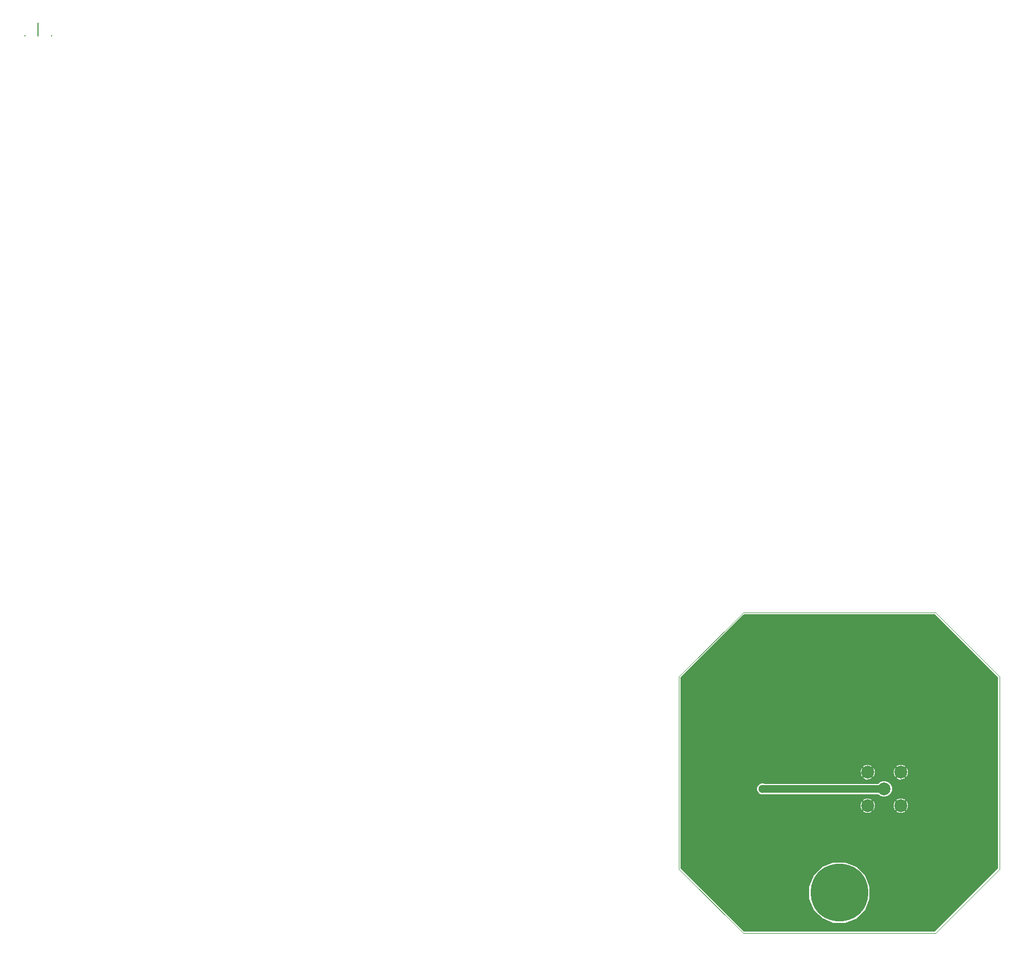
<source format=gtl>
G04 (created by PCBNEW (2013-09-06 BZR 4312)-stable) date K 23 okt   2013 21:47:56 EEST*
%MOIN*%
G04 Gerber Fmt 3.4, Leading zero omitted, Abs format*
%FSLAX34Y34*%
G01*
G70*
G90*
G04 APERTURE LIST*
%ADD10C,0.000787*%
%ADD11C,0.001000*%
%ADD12R,0.006000X0.006000*%
%ADD13R,0.006000X0.078740*%
%ADD14C,0.078740*%
%ADD15C,0.051181*%
%ADD16C,0.196850*%
%ADD17C,0.354331*%
%ADD18C,0.020000*%
%ADD19C,0.047244*%
%ADD20C,0.008000*%
%ADD21C,0.005000*%
G04 APERTURE END LIST*
G54D10*
G54D11*
X43307Y-55118D02*
X39370Y-51181D01*
X55118Y-55118D02*
X43307Y-55118D01*
X59055Y-51181D02*
X55118Y-55118D01*
X59055Y-39370D02*
X59055Y-51181D01*
X55118Y-35433D02*
X59055Y-39370D01*
X43307Y-35433D02*
X55118Y-35433D01*
X39370Y-39370D02*
X43307Y-35433D01*
X39370Y-51181D02*
X39370Y-39370D01*
G54D12*
X0Y0D03*
G54D13*
X0Y423D03*
G54D12*
X-817Y0D03*
X817Y0D03*
G54D14*
X51968Y-46259D03*
X52992Y-47283D03*
X50944Y-47283D03*
X50944Y-45236D03*
X52992Y-45236D03*
G54D15*
X44488Y-46259D03*
G54D16*
X44094Y-37007D03*
X54330Y-37007D03*
X54330Y-53543D03*
X44094Y-53543D03*
G54D17*
X49212Y-52637D03*
G54D18*
X50393Y-44685D03*
X50196Y-45078D03*
X53543Y-44685D03*
X53149Y-44488D03*
X52559Y-44488D03*
X51968Y-44488D03*
X51377Y-44488D03*
X50787Y-44488D03*
X50196Y-47440D03*
X50393Y-47834D03*
X50787Y-48031D03*
X51377Y-48031D03*
X51968Y-48031D03*
X52559Y-48031D03*
X53149Y-48031D03*
X53543Y-47834D03*
X53740Y-47440D03*
X43897Y-45866D03*
X43897Y-46259D03*
X43897Y-46653D03*
X44291Y-46850D03*
X44881Y-46850D03*
X45472Y-46850D03*
X46062Y-46850D03*
X46653Y-46850D03*
X47244Y-46850D03*
X47834Y-46850D03*
X48425Y-46850D03*
X49015Y-46850D03*
X49606Y-46850D03*
X50196Y-46850D03*
X50196Y-45669D03*
X49606Y-45669D03*
X44291Y-45669D03*
X44881Y-45669D03*
X45472Y-45669D03*
X46062Y-45669D03*
X46653Y-45669D03*
X47244Y-45669D03*
X47834Y-45669D03*
X48425Y-45669D03*
X49015Y-45669D03*
X53740Y-45078D03*
X53740Y-45669D03*
X53740Y-46259D03*
X53740Y-46850D03*
X54330Y-54724D03*
X53543Y-54724D03*
X52755Y-54724D03*
X51968Y-54724D03*
X51181Y-54724D03*
X50393Y-54724D03*
X49606Y-54724D03*
X48818Y-54724D03*
X48031Y-54724D03*
X47244Y-54724D03*
X46456Y-54724D03*
X45669Y-54724D03*
X44881Y-54724D03*
X44094Y-54724D03*
X58661Y-50984D03*
X58267Y-51377D03*
X57874Y-51771D03*
X57480Y-52165D03*
X57086Y-52559D03*
X56692Y-52952D03*
X56299Y-53346D03*
X55905Y-53740D03*
X55511Y-54133D03*
X55118Y-54527D03*
X55118Y-36023D03*
X55511Y-36417D03*
X55905Y-36811D03*
X56299Y-37204D03*
X56692Y-37598D03*
X57086Y-37992D03*
X57480Y-38385D03*
X57874Y-38779D03*
X58267Y-39173D03*
X39763Y-50393D03*
X39763Y-49606D03*
X39763Y-48818D03*
X39763Y-48031D03*
X39763Y-47244D03*
X39763Y-46456D03*
X39763Y-45669D03*
X39763Y-44881D03*
X39763Y-44094D03*
X39763Y-43307D03*
X39763Y-42519D03*
X39763Y-41732D03*
X39763Y-40944D03*
X39763Y-40157D03*
X42322Y-53543D03*
X41732Y-52952D03*
X41141Y-52362D03*
X40551Y-51771D03*
X39960Y-51181D03*
X43503Y-35826D03*
X43110Y-36220D03*
X42716Y-36614D03*
X42322Y-37007D03*
X41929Y-37401D03*
X41535Y-37795D03*
X41141Y-38188D03*
X40748Y-38582D03*
X40354Y-38976D03*
X39960Y-39370D03*
X54330Y-35826D03*
X53543Y-35826D03*
X52755Y-35826D03*
X51968Y-35826D03*
X51181Y-35826D03*
X50393Y-35826D03*
X49606Y-35826D03*
X48818Y-35826D03*
X48031Y-35826D03*
X47244Y-35826D03*
X46456Y-35826D03*
X45669Y-35826D03*
X44881Y-35826D03*
X44094Y-35826D03*
X58661Y-39566D03*
X58661Y-50393D03*
X58661Y-49606D03*
X58661Y-48818D03*
X58661Y-48031D03*
X58661Y-47244D03*
X58661Y-46456D03*
X58661Y-45669D03*
X58661Y-44881D03*
X58661Y-44094D03*
X58661Y-43307D03*
X58661Y-42519D03*
X58661Y-41732D03*
X58661Y-40944D03*
X58661Y-40157D03*
X42716Y-53937D03*
X43110Y-54330D03*
X43503Y-54724D03*
G54D19*
X44488Y-46259D02*
X51968Y-46259D01*
G54D20*
X50393Y-44685D02*
X50196Y-44881D01*
X50196Y-45078D02*
X50196Y-44881D01*
X53346Y-44488D02*
X53543Y-44685D01*
X53149Y-44488D02*
X53346Y-44488D01*
X51968Y-44488D02*
X52559Y-44488D01*
X50787Y-44488D02*
X51377Y-44488D01*
X50393Y-47834D02*
X50590Y-48031D01*
X50590Y-48031D02*
X50787Y-48031D01*
X51377Y-48031D02*
X51968Y-48031D01*
X52559Y-48031D02*
X53149Y-48031D01*
X53543Y-47834D02*
X53740Y-47637D01*
X53740Y-47637D02*
X53740Y-47440D01*
X44094Y-45669D02*
X44291Y-45669D01*
X43897Y-45866D02*
X43897Y-46259D01*
X44881Y-46850D02*
X45472Y-46850D01*
X46062Y-46850D02*
X46653Y-46850D01*
X47244Y-46850D02*
X47834Y-46850D01*
X48425Y-46850D02*
X49015Y-46850D01*
X49606Y-46850D02*
X50196Y-46850D01*
X49606Y-45669D02*
X49015Y-45669D01*
X50629Y-45236D02*
X50196Y-45669D01*
X50944Y-45236D02*
X50629Y-45236D01*
X44881Y-45669D02*
X44291Y-45669D01*
X46062Y-45669D02*
X45472Y-45669D01*
X47244Y-45669D02*
X46653Y-45669D01*
X48425Y-45669D02*
X47834Y-45669D01*
X43897Y-45866D02*
X44094Y-45669D01*
X50196Y-46850D02*
X50196Y-47440D01*
X53740Y-45275D02*
X53740Y-45078D01*
X53740Y-45669D02*
X53740Y-45275D01*
X53740Y-46850D02*
X53740Y-46259D01*
X43700Y-54724D02*
X43503Y-54724D01*
X53543Y-54724D02*
X52755Y-54724D01*
X51968Y-54724D02*
X51181Y-54724D01*
X50393Y-54724D02*
X49606Y-54724D01*
X48818Y-54724D02*
X48031Y-54724D01*
X47244Y-54724D02*
X46456Y-54724D01*
X45669Y-54724D02*
X44881Y-54724D01*
X44094Y-54724D02*
X43700Y-54724D01*
X54724Y-54724D02*
X54921Y-54724D01*
X58267Y-51377D02*
X57874Y-51771D01*
X57480Y-52165D02*
X57086Y-52559D01*
X56692Y-52952D02*
X56299Y-53346D01*
X55905Y-53740D02*
X55511Y-54133D01*
X55118Y-54527D02*
X54921Y-54724D01*
X58661Y-39763D02*
X58661Y-40157D01*
X54921Y-35826D02*
X55118Y-36023D01*
X55511Y-36417D02*
X55905Y-36811D01*
X56299Y-37204D02*
X56692Y-37598D01*
X57086Y-37992D02*
X57480Y-38385D01*
X57874Y-38779D02*
X58267Y-39173D01*
X43700Y-35826D02*
X44094Y-35826D01*
X39763Y-50393D02*
X39763Y-49606D01*
X39763Y-48818D02*
X39763Y-48031D01*
X39763Y-47244D02*
X39763Y-46456D01*
X39763Y-45669D02*
X39763Y-44881D01*
X39763Y-44094D02*
X39763Y-43307D01*
X39763Y-42519D02*
X39763Y-41732D01*
X39763Y-40944D02*
X39763Y-40157D01*
X41732Y-52952D02*
X41141Y-52362D01*
X40551Y-51771D02*
X39960Y-51181D01*
X44094Y-53543D02*
X42322Y-53543D01*
X43110Y-36220D02*
X43503Y-35826D01*
X42322Y-37007D02*
X42716Y-36614D01*
X41535Y-37795D02*
X41929Y-37401D01*
X40748Y-38582D02*
X41141Y-38188D01*
X39960Y-39370D02*
X40354Y-38976D01*
X43700Y-35826D02*
X43503Y-35826D01*
X54330Y-35826D02*
X54724Y-35826D01*
X52755Y-35826D02*
X53543Y-35826D01*
X51181Y-35826D02*
X51968Y-35826D01*
X49606Y-35826D02*
X50393Y-35826D01*
X48031Y-35826D02*
X48818Y-35826D01*
X46456Y-35826D02*
X47244Y-35826D01*
X44881Y-35826D02*
X45669Y-35826D01*
X54724Y-35826D02*
X54921Y-35826D01*
X58661Y-39763D02*
X58661Y-39566D01*
X58661Y-48818D02*
X58661Y-49606D01*
X58661Y-47244D02*
X58661Y-48031D01*
X58661Y-45669D02*
X58661Y-46456D01*
X58661Y-44094D02*
X58661Y-44881D01*
X58661Y-42519D02*
X58661Y-43307D01*
X58661Y-40944D02*
X58661Y-41732D01*
X58661Y-50393D02*
X58661Y-50984D01*
X54724Y-54724D02*
X54330Y-54724D01*
X43110Y-54330D02*
X43503Y-54724D01*
X42322Y-53543D02*
X42716Y-53937D01*
G54D10*
G36*
X58933Y-51130D02*
X55067Y-54996D01*
X53462Y-54996D01*
X53462Y-47370D01*
X53462Y-45323D01*
X53459Y-45136D01*
X53392Y-44975D01*
X53333Y-44929D01*
X53298Y-44965D01*
X53298Y-44894D01*
X53252Y-44835D01*
X53079Y-44766D01*
X52892Y-44768D01*
X52731Y-44835D01*
X52685Y-44894D01*
X52992Y-45200D01*
X53298Y-44894D01*
X53298Y-44965D01*
X53027Y-45236D01*
X53333Y-45542D01*
X53392Y-45496D01*
X53462Y-45323D01*
X53462Y-47370D01*
X53459Y-47184D01*
X53392Y-47023D01*
X53333Y-46976D01*
X53298Y-47012D01*
X53298Y-46941D01*
X53298Y-45578D01*
X52992Y-45271D01*
X52956Y-45306D01*
X52956Y-45236D01*
X52650Y-44929D01*
X52591Y-44975D01*
X52522Y-45149D01*
X52524Y-45335D01*
X52591Y-45496D01*
X52650Y-45542D01*
X52956Y-45236D01*
X52956Y-45306D01*
X52685Y-45578D01*
X52731Y-45637D01*
X52905Y-45706D01*
X53091Y-45703D01*
X53252Y-45637D01*
X53298Y-45578D01*
X53298Y-46941D01*
X53252Y-46882D01*
X53079Y-46813D01*
X52892Y-46816D01*
X52731Y-46882D01*
X52685Y-46941D01*
X52992Y-47248D01*
X53298Y-46941D01*
X53298Y-47012D01*
X53027Y-47283D01*
X53333Y-47589D01*
X53392Y-47543D01*
X53462Y-47370D01*
X53462Y-54996D01*
X53298Y-54996D01*
X53298Y-47625D01*
X52992Y-47318D01*
X52956Y-47354D01*
X52956Y-47283D01*
X52650Y-46976D01*
X52591Y-47023D01*
X52522Y-47196D01*
X52524Y-47382D01*
X52591Y-47543D01*
X52650Y-47589D01*
X52956Y-47283D01*
X52956Y-47354D01*
X52685Y-47625D01*
X52731Y-47684D01*
X52905Y-47753D01*
X53091Y-47750D01*
X53252Y-47684D01*
X53298Y-47625D01*
X53298Y-54996D01*
X52479Y-54996D01*
X52479Y-46158D01*
X52401Y-45971D01*
X52258Y-45827D01*
X52070Y-45749D01*
X51867Y-45749D01*
X51679Y-45826D01*
X51599Y-45906D01*
X51414Y-45906D01*
X51414Y-45323D01*
X51412Y-45136D01*
X51345Y-44975D01*
X51286Y-44929D01*
X51251Y-44965D01*
X51251Y-44894D01*
X51205Y-44835D01*
X51031Y-44766D01*
X50845Y-44768D01*
X50684Y-44835D01*
X50638Y-44894D01*
X50944Y-45200D01*
X51251Y-44894D01*
X51251Y-44965D01*
X50980Y-45236D01*
X51286Y-45542D01*
X51345Y-45496D01*
X51414Y-45323D01*
X51414Y-45906D01*
X51251Y-45906D01*
X51251Y-45578D01*
X50944Y-45271D01*
X50909Y-45306D01*
X50909Y-45236D01*
X50603Y-44929D01*
X50544Y-44975D01*
X50475Y-45149D01*
X50477Y-45335D01*
X50544Y-45496D01*
X50603Y-45542D01*
X50909Y-45236D01*
X50909Y-45306D01*
X50638Y-45578D01*
X50684Y-45637D01*
X50857Y-45706D01*
X51044Y-45703D01*
X51205Y-45637D01*
X51251Y-45578D01*
X51251Y-45906D01*
X44609Y-45906D01*
X44562Y-45887D01*
X44414Y-45887D01*
X44277Y-45943D01*
X44172Y-46048D01*
X44115Y-46185D01*
X44115Y-46333D01*
X44172Y-46470D01*
X44276Y-46575D01*
X44413Y-46632D01*
X44561Y-46632D01*
X44609Y-46612D01*
X51599Y-46612D01*
X51678Y-46692D01*
X51866Y-46770D01*
X52069Y-46770D01*
X52257Y-46692D01*
X52400Y-46549D01*
X52478Y-46361D01*
X52479Y-46158D01*
X52479Y-54996D01*
X51414Y-54996D01*
X51414Y-47370D01*
X51412Y-47184D01*
X51345Y-47023D01*
X51286Y-46976D01*
X51251Y-47012D01*
X51251Y-46941D01*
X51205Y-46882D01*
X51031Y-46813D01*
X50845Y-46816D01*
X50684Y-46882D01*
X50638Y-46941D01*
X50944Y-47248D01*
X51251Y-46941D01*
X51251Y-47012D01*
X50980Y-47283D01*
X51286Y-47589D01*
X51345Y-47543D01*
X51414Y-47370D01*
X51414Y-54996D01*
X51251Y-54996D01*
X51251Y-47625D01*
X50944Y-47318D01*
X50909Y-47354D01*
X50909Y-47283D01*
X50603Y-46976D01*
X50544Y-47023D01*
X50475Y-47196D01*
X50477Y-47382D01*
X50544Y-47543D01*
X50603Y-47589D01*
X50909Y-47283D01*
X50909Y-47354D01*
X50638Y-47625D01*
X50684Y-47684D01*
X50857Y-47753D01*
X51044Y-47750D01*
X51205Y-47684D01*
X51251Y-47625D01*
X51251Y-54996D01*
X51101Y-54996D01*
X51101Y-52263D01*
X50814Y-51569D01*
X50283Y-51037D01*
X49589Y-50749D01*
X48838Y-50749D01*
X48144Y-51035D01*
X47612Y-51566D01*
X47324Y-52260D01*
X47323Y-53011D01*
X47610Y-53706D01*
X48141Y-54237D01*
X48835Y-54525D01*
X49586Y-54526D01*
X50280Y-54239D01*
X50812Y-53708D01*
X51100Y-53015D01*
X51101Y-52263D01*
X51101Y-54996D01*
X43357Y-54996D01*
X39491Y-51130D01*
X39491Y-39420D01*
X43357Y-35554D01*
X55067Y-35554D01*
X58933Y-39420D01*
X58933Y-51130D01*
X58933Y-51130D01*
G37*
G54D21*
X58933Y-51130D02*
X55067Y-54996D01*
X53462Y-54996D01*
X53462Y-47370D01*
X53462Y-45323D01*
X53459Y-45136D01*
X53392Y-44975D01*
X53333Y-44929D01*
X53298Y-44965D01*
X53298Y-44894D01*
X53252Y-44835D01*
X53079Y-44766D01*
X52892Y-44768D01*
X52731Y-44835D01*
X52685Y-44894D01*
X52992Y-45200D01*
X53298Y-44894D01*
X53298Y-44965D01*
X53027Y-45236D01*
X53333Y-45542D01*
X53392Y-45496D01*
X53462Y-45323D01*
X53462Y-47370D01*
X53459Y-47184D01*
X53392Y-47023D01*
X53333Y-46976D01*
X53298Y-47012D01*
X53298Y-46941D01*
X53298Y-45578D01*
X52992Y-45271D01*
X52956Y-45306D01*
X52956Y-45236D01*
X52650Y-44929D01*
X52591Y-44975D01*
X52522Y-45149D01*
X52524Y-45335D01*
X52591Y-45496D01*
X52650Y-45542D01*
X52956Y-45236D01*
X52956Y-45306D01*
X52685Y-45578D01*
X52731Y-45637D01*
X52905Y-45706D01*
X53091Y-45703D01*
X53252Y-45637D01*
X53298Y-45578D01*
X53298Y-46941D01*
X53252Y-46882D01*
X53079Y-46813D01*
X52892Y-46816D01*
X52731Y-46882D01*
X52685Y-46941D01*
X52992Y-47248D01*
X53298Y-46941D01*
X53298Y-47012D01*
X53027Y-47283D01*
X53333Y-47589D01*
X53392Y-47543D01*
X53462Y-47370D01*
X53462Y-54996D01*
X53298Y-54996D01*
X53298Y-47625D01*
X52992Y-47318D01*
X52956Y-47354D01*
X52956Y-47283D01*
X52650Y-46976D01*
X52591Y-47023D01*
X52522Y-47196D01*
X52524Y-47382D01*
X52591Y-47543D01*
X52650Y-47589D01*
X52956Y-47283D01*
X52956Y-47354D01*
X52685Y-47625D01*
X52731Y-47684D01*
X52905Y-47753D01*
X53091Y-47750D01*
X53252Y-47684D01*
X53298Y-47625D01*
X53298Y-54996D01*
X52479Y-54996D01*
X52479Y-46158D01*
X52401Y-45971D01*
X52258Y-45827D01*
X52070Y-45749D01*
X51867Y-45749D01*
X51679Y-45826D01*
X51599Y-45906D01*
X51414Y-45906D01*
X51414Y-45323D01*
X51412Y-45136D01*
X51345Y-44975D01*
X51286Y-44929D01*
X51251Y-44965D01*
X51251Y-44894D01*
X51205Y-44835D01*
X51031Y-44766D01*
X50845Y-44768D01*
X50684Y-44835D01*
X50638Y-44894D01*
X50944Y-45200D01*
X51251Y-44894D01*
X51251Y-44965D01*
X50980Y-45236D01*
X51286Y-45542D01*
X51345Y-45496D01*
X51414Y-45323D01*
X51414Y-45906D01*
X51251Y-45906D01*
X51251Y-45578D01*
X50944Y-45271D01*
X50909Y-45306D01*
X50909Y-45236D01*
X50603Y-44929D01*
X50544Y-44975D01*
X50475Y-45149D01*
X50477Y-45335D01*
X50544Y-45496D01*
X50603Y-45542D01*
X50909Y-45236D01*
X50909Y-45306D01*
X50638Y-45578D01*
X50684Y-45637D01*
X50857Y-45706D01*
X51044Y-45703D01*
X51205Y-45637D01*
X51251Y-45578D01*
X51251Y-45906D01*
X44609Y-45906D01*
X44562Y-45887D01*
X44414Y-45887D01*
X44277Y-45943D01*
X44172Y-46048D01*
X44115Y-46185D01*
X44115Y-46333D01*
X44172Y-46470D01*
X44276Y-46575D01*
X44413Y-46632D01*
X44561Y-46632D01*
X44609Y-46612D01*
X51599Y-46612D01*
X51678Y-46692D01*
X51866Y-46770D01*
X52069Y-46770D01*
X52257Y-46692D01*
X52400Y-46549D01*
X52478Y-46361D01*
X52479Y-46158D01*
X52479Y-54996D01*
X51414Y-54996D01*
X51414Y-47370D01*
X51412Y-47184D01*
X51345Y-47023D01*
X51286Y-46976D01*
X51251Y-47012D01*
X51251Y-46941D01*
X51205Y-46882D01*
X51031Y-46813D01*
X50845Y-46816D01*
X50684Y-46882D01*
X50638Y-46941D01*
X50944Y-47248D01*
X51251Y-46941D01*
X51251Y-47012D01*
X50980Y-47283D01*
X51286Y-47589D01*
X51345Y-47543D01*
X51414Y-47370D01*
X51414Y-54996D01*
X51251Y-54996D01*
X51251Y-47625D01*
X50944Y-47318D01*
X50909Y-47354D01*
X50909Y-47283D01*
X50603Y-46976D01*
X50544Y-47023D01*
X50475Y-47196D01*
X50477Y-47382D01*
X50544Y-47543D01*
X50603Y-47589D01*
X50909Y-47283D01*
X50909Y-47354D01*
X50638Y-47625D01*
X50684Y-47684D01*
X50857Y-47753D01*
X51044Y-47750D01*
X51205Y-47684D01*
X51251Y-47625D01*
X51251Y-54996D01*
X51101Y-54996D01*
X51101Y-52263D01*
X50814Y-51569D01*
X50283Y-51037D01*
X49589Y-50749D01*
X48838Y-50749D01*
X48144Y-51035D01*
X47612Y-51566D01*
X47324Y-52260D01*
X47323Y-53011D01*
X47610Y-53706D01*
X48141Y-54237D01*
X48835Y-54525D01*
X49586Y-54526D01*
X50280Y-54239D01*
X50812Y-53708D01*
X51100Y-53015D01*
X51101Y-52263D01*
X51101Y-54996D01*
X43357Y-54996D01*
X39491Y-51130D01*
X39491Y-39420D01*
X43357Y-35554D01*
X55067Y-35554D01*
X58933Y-39420D01*
X58933Y-51130D01*
M02*

</source>
